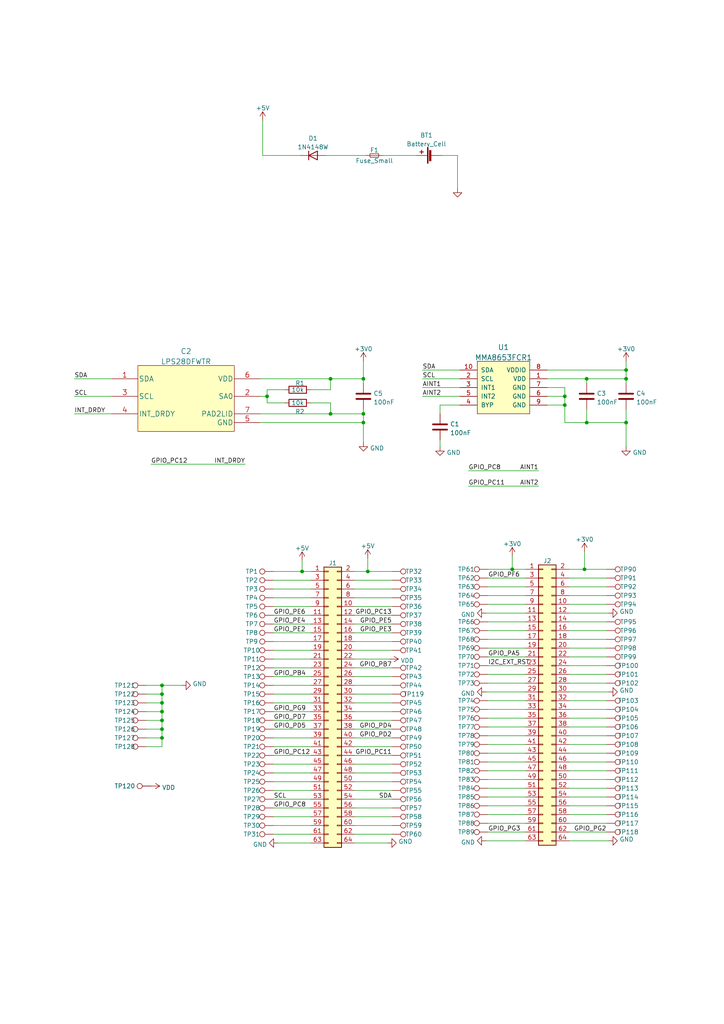
<source format=kicad_sch>
(kicad_sch (version 20211123) (generator eeschema)
  (paper "A4" portrait)
  (junction (at 105.41 120.015))
  (junction (at 46.99 201.295))
  (junction (at 181.61 107.315))
  (junction (at 46.99 211.455))
  (junction (at 170.18 109.855))
  (junction (at 46.99 206.375))
  (junction (at 169.545 165.1))
  (junction (at 46.99 203.835))
  (junction (at 181.61 109.855))
  (junction (at 181.61 122.555))
  (junction (at 46.99 208.915))
  (junction (at 170.18 122.555))
  (junction (at 77.47 114.935))
  (junction (at 87.63 165.735))
  (junction (at 105.41 122.555))
  (junction (at 163.83 114.935))
  (junction (at 106.68 165.735))
  (junction (at 95.885 109.855))
  (junction (at 95.885 120.015))
  (junction (at 105.41 109.855))
  (junction (at 46.99 198.755))
  (junction (at 46.99 213.995))
  (junction (at 148.59 165.1))
  (junction (at 163.83 117.475))
  (wire (pts (xy 42.545 208.915) (xy 46.99 208.915)))
  (wire (pts (xy 102.87 226.695) (xy 113.665 226.695)))
  (wire (pts (xy 90.17 113.03) (xy 95.885 113.03)))
  (wire (pts (xy 42.545 211.455) (xy 46.99 211.455)))
  (wire (pts (xy 169.545 165.1) (xy 165.1 165.1)))
  (wire (pts (xy 165.1 170.18) (xy 175.895 170.18)))
  (wire (pts (xy 79.375 211.455) (xy 90.17 211.455)))
  (wire (pts (xy 77.47 116.84) (xy 77.47 114.935)))
  (wire (pts (xy 163.83 117.475) (xy 163.83 122.555)))
  (wire (pts (xy 79.375 191.135) (xy 90.17 191.135)))
  (wire (pts (xy 102.87 224.155) (xy 113.665 224.155)))
  (wire (pts (xy 106.68 165.735) (xy 106.68 161.925)))
  (wire (pts (xy 141.605 170.18) (xy 152.4 170.18)))
  (wire (pts (xy 102.87 168.275) (xy 113.665 168.275)))
  (wire (pts (xy 141.605 241.3) (xy 152.4 241.3)))
  (wire (pts (xy 94.615 45.085) (xy 106.045 45.085)))
  (wire (pts (xy 46.99 206.375) (xy 46.99 208.915)))
  (wire (pts (xy 102.87 229.235) (xy 113.665 229.235)))
  (wire (pts (xy 148.59 165.1) (xy 152.4 165.1)))
  (wire (pts (xy 165.1 187.96) (xy 175.895 187.96)))
  (wire (pts (xy 169.545 165.1) (xy 175.895 165.1)))
  (wire (pts (xy 141.605 190.5) (xy 152.4 190.5)))
  (wire (pts (xy 181.61 109.855) (xy 181.61 111.125)))
  (wire (pts (xy 141.605 193.04) (xy 152.4 193.04)))
  (wire (pts (xy 132.715 45.085) (xy 132.715 54.61)))
  (wire (pts (xy 102.87 239.395) (xy 113.665 239.395)))
  (wire (pts (xy 141.605 226.06) (xy 152.4 226.06)))
  (wire (pts (xy 165.1 200.66) (xy 176.53 200.66)))
  (wire (pts (xy 141.605 228.6) (xy 152.4 228.6)))
  (wire (pts (xy 111.125 45.085) (xy 120.65 45.085)))
  (wire (pts (xy 79.375 178.435) (xy 90.17 178.435)))
  (wire (pts (xy 79.375 186.055) (xy 90.17 186.055)))
  (wire (pts (xy 141.605 198.12) (xy 152.4 198.12)))
  (wire (pts (xy 102.87 198.755) (xy 113.665 198.755)))
  (wire (pts (xy 90.17 116.84) (xy 95.885 116.84)))
  (wire (pts (xy 42.545 198.755) (xy 46.99 198.755)))
  (wire (pts (xy 141.605 172.72) (xy 152.4 172.72)))
  (wire (pts (xy 165.1 236.22) (xy 175.895 236.22)))
  (wire (pts (xy 170.18 109.855) (xy 181.61 109.855)))
  (wire (pts (xy 122.555 107.315) (xy 133.35 107.315)))
  (wire (pts (xy 165.1 177.8) (xy 176.53 177.8)))
  (wire (pts (xy 79.375 180.975) (xy 90.17 180.975)))
  (wire (pts (xy 106.68 165.735) (xy 113.665 165.735)))
  (wire (pts (xy 102.87 203.835) (xy 113.665 203.835)))
  (wire (pts (xy 141.605 180.34) (xy 152.4 180.34)))
  (wire (pts (xy 80.645 244.475) (xy 90.17 244.475)))
  (wire (pts (xy 113.665 231.775) (xy 102.87 231.775)))
  (wire (pts (xy 102.87 234.315) (xy 113.665 234.315)))
  (wire (pts (xy 102.87 206.375) (xy 113.665 206.375)))
  (wire (pts (xy 102.87 173.355) (xy 113.665 173.355)))
  (wire (pts (xy 21.59 109.855) (xy 32.385 109.855)))
  (wire (pts (xy 105.41 122.555) (xy 105.41 128.27)))
  (wire (pts (xy 165.1 203.2) (xy 175.895 203.2)))
  (wire (pts (xy 102.87 236.855) (xy 113.665 236.855)))
  (wire (pts (xy 135.89 136.525) (xy 156.21 136.525)))
  (wire (pts (xy 21.59 120.015) (xy 32.385 120.015)))
  (wire (pts (xy 95.885 109.855) (xy 105.41 109.855)))
  (wire (pts (xy 102.87 208.915) (xy 113.665 208.915)))
  (wire (pts (xy 181.61 104.775) (xy 181.61 107.315)))
  (wire (pts (xy 42.545 201.295) (xy 46.99 201.295)))
  (wire (pts (xy 79.375 170.815) (xy 90.17 170.815)))
  (wire (pts (xy 148.59 161.29) (xy 148.59 165.1)))
  (wire (pts (xy 79.375 239.395) (xy 90.17 239.395)))
  (wire (pts (xy 105.41 109.855) (xy 105.41 111.125)))
  (wire (pts (xy 102.87 241.935) (xy 113.665 241.935)))
  (wire (pts (xy 122.555 114.935) (xy 133.35 114.935)))
  (wire (pts (xy 181.61 107.315) (xy 181.61 109.855)))
  (wire (pts (xy 113.665 213.995) (xy 102.87 213.995)))
  (wire (pts (xy 79.375 229.235) (xy 90.17 229.235)))
  (wire (pts (xy 77.47 114.935) (xy 77.47 113.03)))
  (wire (pts (xy 141.605 165.1) (xy 148.59 165.1)))
  (wire (pts (xy 140.97 177.8) (xy 152.4 177.8)))
  (wire (pts (xy 141.605 223.52) (xy 152.4 223.52)))
  (wire (pts (xy 165.1 210.82) (xy 175.895 210.82)))
  (wire (pts (xy 95.885 113.03) (xy 95.885 109.855)))
  (wire (pts (xy 42.545 203.835) (xy 46.99 203.835)))
  (wire (pts (xy 79.375 206.375) (xy 90.17 206.375)))
  (wire (pts (xy 158.75 114.935) (xy 163.83 114.935)))
  (wire (pts (xy 21.59 114.935) (xy 32.385 114.935)))
  (wire (pts (xy 135.89 140.97) (xy 156.21 140.97)))
  (wire (pts (xy 79.375 213.995) (xy 90.17 213.995)))
  (wire (pts (xy 165.1 167.64) (xy 175.895 167.64)))
  (wire (pts (xy 113.665 193.675) (xy 102.87 193.675)))
  (wire (pts (xy 141.605 187.96) (xy 152.4 187.96)))
  (wire (pts (xy 87.63 165.735) (xy 90.17 165.735)))
  (wire (pts (xy 46.99 201.295) (xy 46.99 198.755)))
  (wire (pts (xy 122.555 109.855) (xy 133.35 109.855)))
  (wire (pts (xy 79.375 241.935) (xy 90.17 241.935)))
  (wire (pts (xy 165.1 172.72) (xy 175.895 172.72)))
  (wire (pts (xy 105.41 122.555) (xy 105.41 120.015)))
  (wire (pts (xy 122.555 112.395) (xy 133.35 112.395)))
  (wire (pts (xy 163.83 122.555) (xy 170.18 122.555)))
  (wire (pts (xy 79.375 168.275) (xy 90.17 168.275)))
  (wire (pts (xy 165.1 220.98) (xy 175.895 220.98)))
  (wire (pts (xy 165.1 223.52) (xy 175.895 223.52)))
  (wire (pts (xy 102.87 191.135) (xy 113.03 191.135)))
  (wire (pts (xy 79.375 201.295) (xy 90.17 201.295)))
  (wire (pts (xy 79.375 175.895) (xy 90.17 175.895)))
  (wire (pts (xy 42.545 206.375) (xy 46.99 206.375)))
  (wire (pts (xy 95.885 116.84) (xy 95.885 120.015)))
  (wire (pts (xy 46.99 213.995) (xy 46.99 211.455)))
  (wire (pts (xy 79.375 224.155) (xy 90.17 224.155)))
  (wire (pts (xy 175.895 241.3) (xy 165.1 241.3)))
  (wire (pts (xy 170.18 118.745) (xy 170.18 122.555)))
  (wire (pts (xy 165.1 198.12) (xy 175.895 198.12)))
  (wire (pts (xy 42.545 216.535) (xy 46.99 216.535)))
  (wire (pts (xy 170.18 122.555) (xy 181.61 122.555)))
  (wire (pts (xy 158.75 112.395) (xy 163.83 112.395)))
  (wire (pts (xy 165.1 205.74) (xy 175.895 205.74)))
  (wire (pts (xy 165.1 175.26) (xy 175.895 175.26)))
  (wire (pts (xy 165.1 226.06) (xy 175.895 226.06)))
  (wire (pts (xy 76.2 45.085) (xy 86.995 45.085)))
  (wire (pts (xy 87.63 162.56) (xy 87.63 165.735)))
  (wire (pts (xy 141.605 195.58) (xy 152.4 195.58)))
  (wire (pts (xy 141.605 203.2) (xy 152.4 203.2)))
  (wire (pts (xy 165.1 208.28) (xy 175.895 208.28)))
  (wire (pts (xy 102.87 170.815) (xy 113.665 170.815)))
  (wire (pts (xy 113.665 180.975) (xy 102.87 180.975)))
  (wire (pts (xy 127.635 127.635) (xy 127.635 129.54)))
  (wire (pts (xy 165.1 182.88) (xy 175.895 182.88)))
  (wire (pts (xy 165.1 190.5) (xy 175.895 190.5)))
  (wire (pts (xy 102.87 188.595) (xy 113.665 188.595)))
  (wire (pts (xy 95.885 120.015) (xy 105.41 120.015)))
  (wire (pts (xy 46.99 201.295) (xy 46.99 203.835)))
  (wire (pts (xy 113.665 219.075) (xy 102.87 219.075)))
  (wire (pts (xy 141.605 218.44) (xy 152.4 218.44)))
  (wire (pts (xy 158.75 109.855) (xy 170.18 109.855)))
  (wire (pts (xy 102.87 175.895) (xy 113.665 175.895)))
  (wire (pts (xy 79.375 226.695) (xy 90.17 226.695)))
  (wire (pts (xy 79.375 203.835) (xy 90.17 203.835)))
  (wire (pts (xy 102.87 196.215) (xy 113.665 196.215)))
  (wire (pts (xy 79.375 196.215) (xy 90.17 196.215)))
  (wire (pts (xy 79.375 216.535) (xy 90.17 216.535)))
  (wire (pts (xy 140.97 200.66) (xy 152.4 200.66)))
  (wire (pts (xy 140.97 243.84) (xy 152.4 243.84)))
  (wire (pts (xy 165.1 243.84) (xy 176.53 243.84)))
  (wire (pts (xy 141.605 167.64) (xy 152.4 167.64)))
  (wire (pts (xy 170.18 109.855) (xy 170.18 111.125)))
  (wire (pts (xy 163.83 112.395) (xy 163.83 114.935)))
  (wire (pts (xy 113.665 183.515) (xy 102.87 183.515)))
  (wire (pts (xy 141.605 185.42) (xy 152.4 185.42)))
  (wire (pts (xy 102.87 216.535) (xy 113.665 216.535)))
  (wire (pts (xy 165.1 218.44) (xy 175.895 218.44)))
  (wire (pts (xy 165.1 193.04) (xy 175.895 193.04)))
  (wire (pts (xy 79.375 188.595) (xy 90.17 188.595)))
  (wire (pts (xy 102.87 165.735) (xy 106.68 165.735)))
  (wire (pts (xy 181.61 122.555) (xy 181.61 118.745)))
  (wire (pts (xy 141.605 220.98) (xy 152.4 220.98)))
  (wire (pts (xy 113.665 178.435) (xy 102.87 178.435)))
  (wire (pts (xy 165.1 213.36) (xy 175.895 213.36)))
  (wire (pts (xy 79.375 236.855) (xy 90.17 236.855)))
  (wire (pts (xy 165.1 233.68) (xy 175.895 233.68)))
  (wire (pts (xy 79.375 198.755) (xy 90.17 198.755)))
  (wire (pts (xy 165.1 238.76) (xy 175.895 238.76)))
  (wire (pts (xy 112.395 244.475) (xy 102.87 244.475)))
  (wire (pts (xy 141.605 182.88) (xy 152.4 182.88)))
  (wire (pts (xy 141.605 238.76) (xy 152.4 238.76)))
  (wire (pts (xy 141.605 205.74) (xy 152.4 205.74)))
  (wire (pts (xy 77.47 113.03) (xy 82.55 113.03)))
  (wire (pts (xy 165.1 228.6) (xy 175.895 228.6)))
  (wire (pts (xy 79.375 234.315) (xy 90.17 234.315)))
  (wire (pts (xy 79.375 219.075) (xy 90.17 219.075)))
  (wire (pts (xy 102.87 186.055) (xy 113.665 186.055)))
  (wire (pts (xy 181.61 122.555) (xy 181.61 129.54)))
  (wire (pts (xy 75.565 122.555) (xy 105.41 122.555)))
  (wire (pts (xy 43.815 134.62) (xy 71.12 134.62)))
  (wire (pts (xy 158.75 107.315) (xy 181.61 107.315)))
  (wire (pts (xy 46.99 208.915) (xy 46.99 211.455)))
  (wire (pts (xy 102.87 221.615) (xy 113.665 221.615)))
  (wire (pts (xy 42.545 213.995) (xy 46.99 213.995)))
  (wire (pts (xy 127.635 117.475) (xy 127.635 120.015)))
  (wire (pts (xy 165.1 215.9) (xy 175.895 215.9)))
  (wire (pts (xy 141.605 208.28) (xy 152.4 208.28)))
  (wire (pts (xy 75.565 120.015) (xy 95.885 120.015)))
  (wire (pts (xy 46.99 216.535) (xy 46.99 213.995)))
  (wire (pts (xy 79.375 193.675) (xy 90.17 193.675)))
  (wire (pts (xy 158.75 117.475) (xy 163.83 117.475)))
  (wire (pts (xy 141.605 236.22) (xy 152.4 236.22)))
  (wire (pts (xy 169.545 160.02) (xy 169.545 165.1)))
  (wire (pts (xy 75.565 109.855) (xy 95.885 109.855)))
  (wire (pts (xy 46.99 198.755) (xy 52.705 198.755)))
  (wire (pts (xy 79.375 208.915) (xy 90.17 208.915)))
  (wire (pts (xy 141.605 215.9) (xy 152.4 215.9)))
  (wire (pts (xy 141.605 175.26) (xy 152.4 175.26)))
  (wire (pts (xy 165.1 180.34) (xy 175.895 180.34)))
  (wire (pts (xy 141.605 231.14) (xy 152.4 231.14)))
  (wire (pts (xy 165.1 185.42) (xy 175.895 185.42)))
  (wire (pts (xy 82.55 116.84) (xy 77.47 116.84)))
  (wire (pts (xy 76.2 34.925) (xy 76.2 45.085)))
  (wire (pts (xy 105.41 104.775) (xy 105.41 109.855)))
  (wire (pts (xy 141.605 210.82) (xy 152.4 210.82)))
  (wire (pts (xy 105.41 120.015) (xy 105.41 118.745)))
  (wire (pts (xy 79.375 165.735) (xy 87.63 165.735)))
  (wire (pts (xy 79.375 231.775) (xy 90.17 231.775)))
  (wire (pts (xy 128.27 45.085) (xy 132.715 45.085)))
  (wire (pts (xy 79.375 183.515) (xy 90.17 183.515)))
  (wire (pts (xy 165.1 231.14) (xy 175.895 231.14)))
  (wire (pts (xy 163.83 114.935) (xy 163.83 117.475)))
  (wire (pts (xy 102.87 201.295) (xy 113.665 201.295)))
  (wire (pts (xy 133.35 117.475) (xy 127.635 117.475)))
  (wire (pts (xy 46.99 203.835) (xy 46.99 206.375)))
  (wire (pts (xy 75.565 114.935) (xy 77.47 114.935)))
  (wire (pts (xy 113.665 211.455) (xy 102.87 211.455)))
  (wire (pts (xy 165.1 195.58) (xy 175.895 195.58)))
  (wire (pts (xy 141.605 213.36) (xy 152.4 213.36)))
  (wire (pts (xy 79.375 221.615) (xy 90.17 221.615)))
  (wire (pts (xy 79.375 173.355) (xy 90.17 173.355)))
  (wire (pts (xy 141.605 233.68) (xy 152.4 233.68)))
  (label "INT_DRDY" (at 71.12 134.62 180))
  (label "GPIO_PE6" (at 79.375 178.435 0))
  (label "GPIO_PD2" (at 113.665 213.995 180))
  (label "GPIO_PC8" (at 135.89 136.525 0))
  (label "SDA" (at 122.555 107.315 0))
  (label "GPIO_PG9" (at 79.375 206.375 0))
  (label "GPIO_PE4" (at 79.375 180.975 0))
  (label "AINT2" (at 156.21 140.97 180))
  (label "SCL" (at 122.555 109.855 0))
  (label "AINT1" (at 156.21 136.525 180))
  (label "GPIO_PE2" (at 79.375 183.515 0))
  (label "SDA" (at 21.59 109.855 0))
  (label "GPIO_PD7" (at 79.375 208.915 0))
  (label "GPIO_PC8" (at 79.375 234.315 0))
  (label "GPIO_PB7" (at 113.665 193.675 180))
  (label "GPIO_PC12" (at 79.375 219.075 0))
  (label "GPIO_PB4" (at 79.375 196.215 0))
  (label "GPIO_PC11" (at 135.89 140.97 0))
  (label "GPIO_PC11" (at 113.665 219.075 180))
  (label "GPIO_PG2" (at 175.895 241.3 180))
  (label "GPIO_PA5" (at 141.605 190.5 0))
  (label "SCL" (at 21.59 114.935 0))
  (label "GPIO_PC12" (at 43.815 134.62 0))
  (label "GPIO_PD4" (at 113.665 211.455 180))
  (label "GPIO_PD5" (at 79.375 211.455 0))
  (label "GPIO_PC13" (at 113.665 178.435 180))
  (label "GPIO_PF6" (at 141.605 167.64 0))
  (label "AINT1" (at 122.555 112.395 0))
  (label "I2C_EXT_RST" (at 141.605 193.04 0))
  (label "GPIO_PE3" (at 113.665 183.515 180))
  (label "SDA" (at 113.665 231.775 180))
  (label "INT_DRDY" (at 21.59 120.015 0))
  (label "AINT2" (at 122.555 114.935 0))
  (label "GPIO_PE5" (at 113.665 180.975 180))
  (label "SCL" (at 79.375 231.775 0))
  (label "GPIO_PG3" (at 141.605 241.3 0))
  (symbol (lib_id "Connector:TestPoint") (at 42.545 216.535 90) (unit 1)
    (property "Reference" "TP128" (at 36.195 216.535 90))
    (property "Value" "TestPoint" (effects hide))
    (property "Footprint" "TestPoint:TestPoint_Pad_D1.5mm" (effects hide))
  )
  (symbol (lib_id "power:+5V") (at 87.63 162.56 0) (unit 1)
    (property "Reference" "#PWR04" (effects hide))
    (property "Value" "+5V" (at 87.63 158.9842 0))
  )
  (symbol (lib_id "power:GND") (at 176.53 243.84 90) (unit 1)
    (property "Reference" "#PWR018" (effects hide))
    (property "Value" "GND" (at 179.7049 243.4062 90) (effects (justify right)))
  )
  (symbol (lib_id "Connector:TestPoint") (at 43.815 227.965 90) (unit 1)
    (property "Reference" "TP120" (at 36.195 227.965 90))
    (property "Value" "TestPoint" (effects hide))
    (property "Footprint" "TestPoint:TestPoint_Pad_D1.5mm" (effects hide))
  )
  (symbol (lib_id "Connector:TestPoint") (at 175.895 226.06 270) (unit 1)
    (property "Reference" "TP112" (at 182.245 226.06 90))
    (property "Value" "TestPoint" (effects hide))
    (property "Footprint" "TestPoint:TestPoint_Pad_D1.5mm" (effects hide))
  )
  (symbol (lib_id "Connector:TestPoint") (at 79.375 234.315 90) (unit 1)
    (property "Reference" "TP28" (at 73.025 234.315 90))
    (property "Value" "TestPoint" (effects hide))
    (property "Footprint" "TestPoint:TestPoint_Pad_D1.5mm" (effects hide))
  )
  (symbol (lib_id "Connector:TestPoint") (at 175.895 203.2 270) (unit 1)
    (property "Reference" "TP103" (at 182.245 203.2 90))
    (property "Value" "TestPoint" (effects hide))
    (property "Footprint" "TestPoint:TestPoint_Pad_D1.5mm" (effects hide))
  )
  (symbol (lib_id "Device:C") (at 181.61 114.935 0) (unit 1)
    (property "Reference" "C4" (at 184.531 114.1003 0) (effects (justify left)))
    (property "Value" "100nF" (at 184.531 116.6372 0) (effects (justify left)))
    (property "Footprint" "Capacitor_SMD_AKL:C_0603_1608Metric_Pad1.05x0.95mm" (effects hide))
  )
  (symbol (lib_id "Connector:TestPoint") (at 175.895 236.22 270) (unit 1)
    (property "Reference" "TP116" (at 182.245 236.22 90))
    (property "Value" "TestPoint" (effects hide))
    (property "Footprint" "TestPoint:TestPoint_Pad_D1.5mm" (effects hide))
  )
  (symbol (lib_id "Connector:TestPoint") (at 79.375 236.855 90) (unit 1)
    (property "Reference" "TP29" (at 73.025 236.855 90))
    (property "Value" "TestPoint" (effects hide))
    (property "Footprint" "TestPoint:TestPoint_Pad_D1.5mm" (effects hide))
  )
  (symbol (lib_id "Connector:TestPoint") (at 113.665 196.215 270) (unit 1)
    (property "Reference" "TP43" (at 120.015 196.215 90))
    (property "Value" "TestPoint" (effects hide))
    (property "Footprint" "TestPoint:TestPoint_Pad_D1.5mm" (effects hide))
  )
  (symbol (lib_id "Connector:TestPoint") (at 79.375 208.915 90) (unit 1)
    (property "Reference" "TP18" (at 73.025 208.915 90))
    (property "Value" "TestPoint" (effects hide))
    (property "Footprint" "TestPoint:TestPoint_Pad_D1.5mm" (effects hide))
  )
  (symbol (lib_id "Connector:TestPoint") (at 141.605 203.2 90) (unit 1)
    (property "Reference" "TP74" (at 135.255 203.2 90))
    (property "Value" "TestPoint" (effects hide))
    (property "Footprint" "TestPoint:TestPoint_Pad_D1.5mm" (effects hide))
  )
  (symbol (lib_id "Connector:TestPoint") (at 79.375 165.735 90) (unit 1)
    (property "Reference" "TP1" (at 73.025 165.735 90))
    (property "Value" "TestPoint" (effects hide))
    (property "Footprint" "TestPoint:TestPoint_Pad_D1.5mm" (effects hide))
  )
  (symbol (lib_id "Connector:TestPoint") (at 113.665 175.895 270) (unit 1)
    (property "Reference" "TP36" (at 120.015 175.895 90))
    (property "Value" "TestPoint" (effects hide))
    (property "Footprint" "TestPoint:TestPoint_Pad_D1.5mm" (effects hide))
  )
  (symbol (lib_id "Connector:TestPoint") (at 141.605 198.12 90) (unit 1)
    (property "Reference" "TP73" (at 135.255 198.12 90))
    (property "Value" "TestPoint" (effects hide))
    (property "Footprint" "TestPoint:TestPoint_Pad_D1.5mm" (effects hide))
  )
  (symbol (lib_id "power:GND") (at 105.41 128.27 0) (unit 1)
    (property "Reference" "#PWR020" (effects hide))
    (property "Value" "GND" (at 107.315 129.9738 0) (effects (justify left)))
  )
  (symbol (lib_id "Connector:TestPoint") (at 113.665 173.355 270) (unit 1)
    (property "Reference" "TP35" (at 120.015 173.355 90))
    (property "Value" "TestPoint" (effects hide))
    (property "Footprint" "TestPoint:TestPoint_Pad_D1.5mm" (effects hide))
  )
  (symbol (lib_id "Connector:TestPoint") (at 79.375 201.295 90) (unit 1)
    (property "Reference" "TP15" (at 73.025 201.295 90))
    (property "Value" "TestPoint" (effects hide))
    (property "Footprint" "TestPoint:TestPoint_Pad_D1.5mm" (effects hide))
  )
  (symbol (lib_id "Connector:TestPoint") (at 113.665 231.775 270) (unit 1)
    (property "Reference" "TP56" (at 120.015 231.775 90))
    (property "Value" "TestPoint" (effects hide))
    (property "Footprint" "TestPoint:TestPoint_Pad_D1.5mm" (effects hide))
  )
  (symbol (lib_id "Connector:TestPoint") (at 113.665 201.295 270) (unit 1)
    (property "Reference" "TP119" (at 120.015 201.295 90))
    (property "Value" "TestPoint" (effects hide))
    (property "Footprint" "TestPoint:TestPoint_Pad_D1.5mm" (effects hide))
  )
  (symbol (lib_id "Connector:TestPoint") (at 113.665 234.315 270) (unit 1)
    (property "Reference" "TP57" (at 120.015 234.315 90))
    (property "Value" "TestPoint" (effects hide))
    (property "Footprint" "TestPoint:TestPoint_Pad_D1.5mm" (effects hide))
  )
  (symbol (lib_id "Connector:TestPoint") (at 113.665 188.595 270) (unit 1)
    (property "Reference" "TP41" (at 120.015 188.595 90))
    (property "Value" "TestPoint" (effects hide))
    (property "Footprint" "TestPoint:TestPoint_Pad_D1.5mm" (effects hide))
  )
  (symbol (lib_id "Connector:TestPoint") (at 175.895 165.1 270) (unit 1)
    (property "Reference" "TP90" (at 182.245 165.1 90))
    (property "Value" "TestPoint" (effects hide))
    (property "Footprint" "TestPoint:TestPoint_Pad_D1.5mm" (effects hide))
  )
  (symbol (lib_id "Connector:TestPoint") (at 175.895 185.42 270) (unit 1)
    (property "Reference" "TP97" (at 182.245 185.42 90))
    (property "Value" "TestPoint" (effects hide))
    (property "Footprint" "TestPoint:TestPoint_Pad_D1.5mm" (effects hide))
  )
  (symbol (lib_id "Connector:TestPoint") (at 141.605 231.14 90) (unit 1)
    (property "Reference" "TP85" (at 135.255 231.14 90))
    (property "Value" "TestPoint" (effects hide))
    (property "Footprint" "TestPoint:TestPoint_Pad_D1.5mm" (effects hide))
  )
  (symbol (lib_id "Connector:TestPoint") (at 141.605 195.58 90) (unit 1)
    (property "Reference" "TP72" (at 135.255 195.58 90))
    (property "Value" "TestPoint" (effects hide))
    (property "Footprint" "TestPoint:TestPoint_Pad_D1.5mm" (effects hide))
  )
  (symbol (lib_id "power:+5V") (at 106.68 161.925 0) (unit 1)
    (property "Reference" "#PWR05" (effects hide))
    (property "Value" "+5V" (at 106.68 158.3492 0))
  )
  (symbol (lib_id "Connector:TestPoint") (at 113.665 219.075 270) (unit 1)
    (property "Reference" "TP51" (at 120.015 219.075 90))
    (property "Value" "TestPoint" (effects hide))
    (property "Footprint" "TestPoint:TestPoint_Pad_D1.5mm" (effects hide))
  )
  (symbol (lib_id "Connector:TestPoint") (at 175.895 215.9 270) (unit 1)
    (property "Reference" "TP108" (at 182.245 215.9 90))
    (property "Value" "TestPoint" (effects hide))
    (property "Footprint" "TestPoint:TestPoint_Pad_D1.5mm" (effects hide))
  )
  (symbol (lib_id "Connector:TestPoint") (at 79.375 186.055 90) (unit 1)
    (property "Reference" "TP9" (at 73.025 186.055 90))
    (property "Value" "TestPoint" (effects hide))
    (property "Footprint" "TestPoint:TestPoint_Pad_D1.5mm" (effects hide))
  )
  (symbol (lib_id "power:VDD") (at 43.815 227.965 270) (unit 1)
    (property "Reference" "#PWR021" (effects hide))
    (property "Value" "VDD" (at 46.99 228.3988 90) (effects (justify left)))
  )
  (symbol (lib_id "power:+3V0") (at 169.545 160.02 0) (unit 1)
    (property "Reference" "#PWR015" (effects hide))
    (property "Value" "+3V0" (at 169.545 156.4442 0))
  )
  (symbol (lib_id "Connector:TestPoint") (at 175.895 195.58 270) (unit 1)
    (property "Reference" "TP101" (at 182.245 195.58 90))
    (property "Value" "TestPoint" (effects hide))
    (property "Footprint" "TestPoint:TestPoint_Pad_D1.5mm" (effects hide))
  )
  (symbol (lib_id "Connector:TestPoint") (at 42.545 208.915 90) (unit 1)
    (property "Reference" "TP125" (at 36.195 208.915 90))
    (property "Value" "TestPoint" (effects hide))
    (property "Footprint" "TestPoint:TestPoint_Pad_D1.5mm" (effects hide))
  )
  (symbol (lib_id "Connector:TestPoint") (at 141.605 190.5 90) (unit 1)
    (property "Reference" "TP70" (at 135.255 190.5 90))
    (property "Value" "TestPoint" (effects hide))
    (property "Footprint" "TestPoint:TestPoint_Pad_D1.5mm" (effects hide))
  )
  (symbol (lib_id "Device:R") (at 86.36 113.03 90) (unit 1)
    (property "Reference" "R1" (at 86.995 111.125 90))
    (property "Value" "10k" (at 86.36 113.03 90))
    (property "Footprint" "Resistor_SMD_AKL:R_0603_1608Metric_Pad1.05x0.95mm" (effects hide))
  )
  (symbol (lib_id "Connector:TestPoint") (at 42.545 213.995 90) (unit 1)
    (property "Reference" "TP127" (at 36.195 213.995 90))
    (property "Value" "TestPoint" (effects hide))
    (property "Footprint" "TestPoint:TestPoint_Pad_D1.5mm" (effects hide))
  )
  (symbol (lib_id "magniblu-rescue:Fuse_Small") (at 108.585 45.085 180) (unit 1)
    (property "Reference" "F1" (at 108.585 43.561 0))
    (property "Value" "Fuse_Small" (at 108.585 46.609 0))
    (property "Footprint" "Fuse_AKL:Fuse_1206_3216Metric" (effects hide))
  )
  (symbol (lib_id "Connector:TestPoint") (at 175.895 241.3 270) (unit 1)
    (property "Reference" "TP118" (at 182.245 241.3 90))
    (property "Value" "TestPoint" (effects hide))
    (property "Footprint" "TestPoint:TestPoint_Pad_D1.5mm" (effects hide))
  )
  (symbol (lib_id "Connector:TestPoint") (at 113.665 203.835 270) (unit 1)
    (property "Reference" "TP45" (at 120.015 203.835 90))
    (property "Value" "TestPoint" (effects hide))
    (property "Footprint" "TestPoint:TestPoint_Pad_D1.5mm" (effects hide))
  )
  (symbol (lib_id "Connector:TestPoint") (at 79.375 175.895 90) (unit 1)
    (property "Reference" "TP5" (at 73.025 175.895 90))
    (property "Value" "TestPoint" (effects hide))
    (property "Footprint" "TestPoint:TestPoint_Pad_D1.5mm" (effects hide))
  )
  (symbol (lib_id "power:GND") (at 112.395 244.475 90) (unit 1)
    (property "Reference" "#PWR07" (effects hide))
    (property "Value" "GND" (at 115.5699 244.0412 90) (effects (justify right)))
  )
  (symbol (lib_id "Connector:TestPoint") (at 79.375 226.695 90) (unit 1)
    (property "Reference" "TP25" (at 73.025 226.695 90))
    (property "Value" "TestPoint" (effects hide))
    (property "Footprint" "TestPoint:TestPoint_Pad_D1.5mm" (effects hide))
  )
  (symbol (lib_id "Connector_Generic:Conn_02x32_Odd_Even") (at 95.25 203.835 0) (unit 1)
    (property "Reference" "J1" (at 96.52 163.3022 0))
    (property "Value" "Conn_02x32_Odd_Even" (effects hide))
    (property "Footprint" "Connector_PinSocket_2.54mm:PinSocket_2x32_P2.54mm_Vertical" (effects hide))
  )
  (symbol (lib_id "power:+3V0") (at 105.41 104.775 0) (unit 1)
    (property "Reference" "#PWR019" (effects hide))
    (property "Value" "+3V0" (at 105.41 101.1992 0))
  )
  (symbol (lib_id "Connector:TestPoint") (at 113.665 208.915 270) (unit 1)
    (property "Reference" "TP47" (at 120.015 208.915 90))
    (property "Value" "TestPoint" (effects hide))
    (property "Footprint" "TestPoint:TestPoint_Pad_D1.5mm" (effects hide))
  )
  (symbol (lib_id "power:GND") (at 176.53 200.66 90) (unit 1)
    (property "Reference" "#PWR017" (effects hide))
    (property "Value" "GND" (at 179.7049 200.2262 90) (effects (justify right)))
  )
  (symbol (lib_id "Connector:TestPoint") (at 113.665 198.755 270) (unit 1)
    (property "Reference" "TP44" (at 120.015 198.755 90))
    (property "Value" "TestPoint" (effects hide))
    (property "Footprint" "TestPoint:TestPoint_Pad_D1.5mm" (effects hide))
  )
  (symbol (lib_id "Connector:TestPoint") (at 79.375 229.235 90) (unit 1)
    (property "Reference" "TP26" (at 73.025 229.235 90))
    (property "Value" "TestPoint" (effects hide))
    (property "Footprint" "TestPoint:TestPoint_Pad_D1.5mm" (effects hide))
  )
  (symbol (lib_id "Connector:TestPoint") (at 175.895 218.44 270) (unit 1)
    (property "Reference" "TP109" (at 182.245 218.44 90))
    (property "Value" "TestPoint" (effects hide))
    (property "Footprint" "TestPoint:TestPoint_Pad_D1.5mm" (effects hide))
  )
  (symbol (lib_id "Connector:TestPoint") (at 113.665 221.615 270) (unit 1)
    (property "Reference" "TP52" (at 120.015 221.615 90))
    (property "Value" "TestPoint" (effects hide))
    (property "Footprint" "TestPoint:TestPoint_Pad_D1.5mm" (effects hide))
  )
  (symbol (lib_id "Connector:TestPoint") (at 113.665 180.975 270) (unit 1)
    (property "Reference" "TP38" (at 120.015 180.975 90))
    (property "Value" "TestPoint" (effects hide))
    (property "Footprint" "TestPoint:TestPoint_Pad_D1.5mm" (effects hide))
  )
  (symbol (lib_id "Connector:TestPoint") (at 141.605 228.6 90) (unit 1)
    (property "Reference" "TP84" (at 135.255 228.6 90))
    (property "Value" "TestPoint" (effects hide))
    (property "Footprint" "TestPoint:TestPoint_Pad_D1.5mm" (effects hide))
  )
  (symbol (lib_id "power:VDD") (at 113.03 191.135 270) (unit 1)
    (property "Reference" "#PWR08" (effects hide))
    (property "Value" "VDD" (at 116.205 191.5688 90) (effects (justify left)))
  )
  (symbol (lib_id "Connector:TestPoint") (at 113.665 239.395 270) (unit 1)
    (property "Reference" "TP59" (at 120.015 239.395 90))
    (property "Value" "TestPoint" (effects hide))
    (property "Footprint" "TestPoint:TestPoint_Pad_D1.5mm" (effects hide))
  )
  (symbol (lib_id "Connector:TestPoint") (at 141.605 180.34 90) (unit 1)
    (property "Reference" "TP66" (at 135.255 180.34 90))
    (property "Value" "TestPoint" (effects hide))
    (property "Footprint" "TestPoint:TestPoint_Pad_D1.5mm" (effects hide))
  )
  (symbol (lib_id "Device:R") (at 86.36 116.84 90) (unit 1)
    (property "Reference" "R2" (at 86.995 119.38 90))
    (property "Value" "10k" (at 86.36 116.84 90))
    (property "Footprint" "Resistor_SMD_AKL:R_0603_1608Metric_Pad1.05x0.95mm" (effects hide))
  )
  (symbol (lib_id "power:+3V0") (at 181.61 104.775 0) (unit 1)
    (property "Reference" "#PWR013" (effects hide))
    (property "Value" "+3V0" (at 181.61 101.1992 0))
  )
  (symbol (lib_id "Connector:TestPoint") (at 141.605 193.04 90) (unit 1)
    (property "Reference" "TP71" (at 135.255 193.04 90))
    (property "Value" "TestPoint" (effects hide))
    (property "Footprint" "TestPoint:TestPoint_Pad_D1.5mm" (effects hide))
  )
  (symbol (lib_id "power:GND") (at 140.97 243.84 270) (unit 1)
    (property "Reference" "#PWR011" (effects hide))
    (property "Value" "GND" (at 137.7951 244.2738 90) (effects (justify right)))
  )
  (symbol (lib_id "Connector:TestPoint") (at 113.665 213.995 270) (unit 1)
    (property "Reference" "TP49" (at 120.015 213.995 90))
    (property "Value" "TestPoint" (effects hide))
    (property "Footprint" "TestPoint:TestPoint_Pad_D1.5mm" (effects hide))
  )
  (symbol (lib_id "Connector:TestPoint") (at 141.605 205.74 90) (unit 1)
    (property "Reference" "TP75" (at 135.255 205.74 90))
    (property "Value" "TestPoint" (effects hide))
    (property "Footprint" "TestPoint:TestPoint_Pad_D1.5mm" (effects hide))
  )
  (symbol (lib_id "magniblu-rescue:GND") (at 132.715 54.61 0) (unit 1)
    (property "Reference" "#PWR0103" (effects hide))
    (property "Value" "GND" (effects hide))
  )
  (symbol (lib_id "power:GND") (at 176.53 177.8 90) (unit 1)
    (property "Reference" "#PWR016" (effects hide))
    (property "Value" "GND" (at 179.7049 177.3662 90) (effects (justify right)))
  )
  (symbol (lib_id "power:GND") (at 140.97 177.8 270) (unit 1)
    (property "Reference" "#PWR09" (effects hide))
    (property "Value" "GND" (at 137.7951 178.2338 90) (effects (justify right)))
  )
  (symbol (lib_id "Connector:TestPoint") (at 79.375 170.815 90) (unit 1)
    (property "Reference" "TP3" (at 73.025 170.815 90))
    (property "Value" "TestPoint" (effects hide))
    (property "Footprint" "TestPoint:TestPoint_Pad_D1.5mm" (effects hide))
  )
  (symbol (lib_id "Connector:TestPoint") (at 175.895 210.82 270) (unit 1)
    (property "Reference" "TP106" (at 182.245 210.82 90))
    (property "Value" "TestPoint" (effects hide))
    (property "Footprint" "TestPoint:TestPoint_Pad_D1.5mm" (effects hide))
  )
  (symbol (lib_id "Connector:TestPoint") (at 79.375 173.355 90) (unit 1)
    (property "Reference" "TP4" (at 73.025 173.355 90))
    (property "Value" "TestPoint" (effects hide))
    (property "Footprint" "TestPoint:TestPoint_Pad_D1.5mm" (effects hide))
  )
  (symbol (lib_id "Connector:TestPoint") (at 113.665 170.815 270) (unit 1)
    (property "Reference" "TP34" (at 120.015 170.815 90))
    (property "Value" "TestPoint" (effects hide))
    (property "Footprint" "TestPoint:TestPoint_Pad_D1.5mm" (effects hide))
  )
  (symbol (lib_id "Device:C") (at 170.18 114.935 0) (unit 1)
    (property "Reference" "C3" (at 173.101 114.1003 0) (effects (justify left)))
    (property "Value" "100nF" (at 173.101 116.6372 0) (effects (justify left)))
    (property "Footprint" "Capacitor_SMD_AKL:C_0603_1608Metric_Pad1.05x0.95mm" (effects hide))
  )
  (symbol (lib_id "Connector:TestPoint") (at 175.895 238.76 270) (unit 1)
    (property "Reference" "TP117" (at 182.245 238.76 90))
    (property "Value" "TestPoint" (effects hide))
    (property "Footprint" "TestPoint:TestPoint_Pad_D1.5mm" (effects hide))
  )
  (symbol (lib_id "Connector:TestPoint") (at 141.605 241.3 90) (unit 1)
    (property "Reference" "TP89" (at 135.255 241.3 90))
    (property "Value" "TestPoint" (effects hide))
    (property "Footprint" "TestPoint:TestPoint_Pad_D1.5mm" (effects hide))
  )
  (symbol (lib_id "power:GND") (at 80.645 244.475 270) (unit 1)
    (property "Reference" "#PWR03" (effects hide))
    (property "Value" "GND" (at 77.4701 244.9088 90) (effects (justify right)))
  )
  (symbol (lib_id "Connector:TestPoint") (at 113.665 216.535 270) (unit 1)
    (property "Reference" "TP50" (at 120.015 216.535 90))
    (property "Value" "TestPoint" (effects hide))
    (property "Footprint" "TestPoint:TestPoint_Pad_D1.5mm" (effects hide))
  )
  (symbol (lib_id "Connector:TestPoint") (at 141.605 210.82 90) (unit 1)
    (property "Reference" "TP77" (at 135.255 210.82 90))
    (property "Value" "TestPoint" (effects hide))
    (property "Footprint" "TestPoint:TestPoint_Pad_D1.5mm" (effects hide))
  )
  (symbol (lib_id "Connector:TestPoint") (at 141.605 226.06 90) (unit 1)
    (property "Reference" "TP83" (at 135.255 226.06 90))
    (property "Value" "TestPoint" (effects hide))
    (property "Footprint" "TestPoint:TestPoint_Pad_D1.5mm" (effects hide))
  )
  (symbol (lib_id "Connector:TestPoint") (at 113.665 168.275 270) (unit 1)
    (property "Reference" "TP33" (at 120.015 168.275 90))
    (property "Value" "TestPoint" (effects hide))
    (property "Footprint" "TestPoint:TestPoint_Pad_D1.5mm" (effects hide))
  )
  (symbol (lib_id "Connector:TestPoint") (at 141.605 215.9 90) (unit 1)
    (property "Reference" "TP79" (at 135.255 215.9 90))
    (property "Value" "TestPoint" (effects hide))
    (property "Footprint" "TestPoint:TestPoint_Pad_D1.5mm" (effects hide))
  )
  (symbol (lib_id "Connector:TestPoint") (at 141.605 165.1 90) (unit 1)
    (property "Reference" "TP61" (at 135.255 165.1 90))
    (property "Value" "TestPoint" (effects hide))
    (property "Footprint" "TestPoint:TestPoint_Pad_D1.5mm" (effects hide))
  )
  (symbol (lib_id "Device:Battery_Cell") (at 125.73 45.085 90) (unit 1)
    (property "Reference" "BT1" (at 123.698 39.2262 90))
    (property "Value" "Battery_Cell" (at 123.698 41.7631 90))
    (property "Footprint" "Battery:BatteryHolder_MPD_BH-18650-PC2" (effects hide))
  )
  (symbol (lib_id "Connector:TestPoint") (at 141.605 220.98 90) (unit 1)
    (property "Reference" "TP81" (at 135.255 220.98 90))
    (property "Value" "TestPoint" (effects hide))
    (property "Footprint" "TestPoint:TestPoint_Pad_D1.5mm" (effects hide))
  )
  (symbol (lib_id "Connector:TestPoint") (at 79.375 188.595 90) (unit 1)
    (property "Reference" "TP10" (at 73.025 188.595 90))
    (property "Value" "TestPoint" (effects hide))
    (property "Footprint" "TestPoint:TestPoint_Pad_D1.5mm" (effects hide))
  )
  (symbol (lib_id "Connector:TestPoint") (at 141.605 185.42 90) (unit 1)
    (property "Reference" "TP68" (at 135.255 185.42 90))
    (property "Value" "TestPoint" (effects hide))
    (property "Footprint" "TestPoint:TestPoint_Pad_D1.5mm" (effects hide))
  )
  (symbol (lib_id "Connector:TestPoint") (at 141.605 218.44 90) (unit 1)
    (property "Reference" "TP80" (at 135.255 218.44 90))
    (property "Value" "TestPoint" (effects hide))
    (property "Footprint" "TestPoint:TestPoint_Pad_D1.5mm" (effects hide))
  )
  (symbol (lib_id "Connector:TestPoint") (at 175.895 233.68 270) (unit 1)
    (property "Reference" "TP115" (at 182.245 233.68 90))
    (property "Value" "TestPoint" (effects hide))
    (property "Footprint" "TestPoint:TestPoint_Pad_D1.5mm" (effects hide))
  )
  (symbol (lib_id "Connector:TestPoint") (at 141.605 208.28 90) (unit 1)
    (property "Reference" "TP76" (at 135.255 208.28 90))
    (property "Value" "TestPoint" (effects hide))
    (property "Footprint" "TestPoint:TestPoint_Pad_D1.5mm" (effects hide))
  )
  (symbol (lib_id "Connector:TestPoint") (at 42.545 211.455 90) (unit 1)
    (property "Reference" "TP126" (at 36.195 211.455 90))
    (property "Value" "TestPoint" (effects hide))
    (property "Footprint" "TestPoint:TestPoint_Pad_D1.5mm" (effects hide))
  )
  (symbol (lib_id "Connector:TestPoint") (at 175.895 205.74 270) (unit 1)
    (property "Reference" "TP104" (at 182.245 205.74 90))
    (property "Value" "TestPoint" (effects hide))
    (property "Footprint" "TestPoint:TestPoint_Pad_D1.5mm" (effects hide))
  )
  (symbol (lib_id "Connector:TestPoint") (at 42.545 203.835 90) (unit 1)
    (property "Reference" "TP123" (at 36.195 203.835 90))
    (property "Value" "TestPoint" (effects hide))
    (property "Footprint" "TestPoint:TestPoint_Pad_D1.5mm" (effects hide))
  )
  (symbol (lib_id "Connector:TestPoint") (at 79.375 180.975 90) (unit 1)
    (property "Reference" "TP7" (at 73.025 180.975 90))
    (property "Value" "TestPoint" (effects hide))
    (property "Footprint" "TestPoint:TestPoint_Pad_D1.5mm" (effects hide))
  )
  (symbol (lib_id "Connector:TestPoint") (at 79.375 231.775 90) (unit 1)
    (property "Reference" "TP27" (at 73.025 231.775 90))
    (property "Value" "TestPoint" (effects hide))
    (property "Footprint" "TestPoint:TestPoint_Pad_D1.5mm" (effects hide))
  )
  (symbol (lib_id "Connector:TestPoint") (at 113.665 193.675 270) (unit 1)
    (property "Reference" "TP42" (at 120.015 193.675 90))
    (property "Value" "TestPoint" (effects hide))
    (property "Footprint" "TestPoint:TestPoint_Pad_D1.5mm" (effects hide))
  )
  (symbol (lib_id "Connector:TestPoint") (at 42.545 198.755 90) (unit 1)
    (property "Reference" "TP121" (at 36.195 198.755 90))
    (property "Value" "TestPoint" (effects hide))
    (property "Footprint" "TestPoint:TestPoint_Pad_D1.5mm" (effects hide))
  )
  (symbol (lib_id "Connector:TestPoint") (at 175.895 170.18 270) (unit 1)
    (property "Reference" "TP92" (at 182.245 170.18 90))
    (property "Value" "TestPoint" (effects hide))
    (property "Footprint" "TestPoint:TestPoint_Pad_D1.5mm" (effects hide))
  )
  (symbol (lib_id "power:GND") (at 127.635 129.54 0) (unit 1)
    (property "Reference" "#PWR06" (effects hide))
    (property "Value" "GND" (at 129.54 131.2438 0) (effects (justify left)))
  )
  (symbol (lib_id "Connector:TestPoint") (at 113.665 241.935 270) (unit 1)
    (property "Reference" "TP60" (at 120.015 241.935 90))
    (property "Value" "TestPoint" (effects hide))
    (property "Footprint" "TestPoint:TestPoint_Pad_D1.5mm" (effects hide))
  )
  (symbol (lib_id "Connector:TestPoint") (at 79.375 241.935 90) (unit 1)
    (property "Reference" "TP31" (at 73.025 241.935 90))
    (property "Value" "TestPoint" (effects hide))
    (property "Footprint" "TestPoint:TestPoint_Pad_D1.5mm" (effects hide))
  )
  (symbol (lib_id "Connector:TestPoint") (at 113.665 178.435 270) (unit 1)
    (property "Reference" "TP37" (at 120.015 178.435 90))
    (property "Value" "TestPoint" (effects hide))
    (property "Footprint" "TestPoint:TestPoint_Pad_D1.5mm" (effects hide))
  )
  (symbol (lib_id "power:GND") (at 181.61 129.54 0) (unit 1)
    (property "Reference" "#PWR014" (effects hide))
    (property "Value" "GND" (at 183.515 131.2438 0) (effects (justify left)))
  )
  (symbol (lib_id "Connector:TestPoint") (at 79.375 203.835 90) (unit 1)
    (property "Reference" "TP16" (at 73.025 203.835 90))
    (property "Value" "TestPoint" (effects hide))
    (property "Footprint" "TestPoint:TestPoint_Pad_D1.5mm" (effects hide))
  )
  (symbol (lib_id "Connector:TestPoint") (at 141.605 170.18 90) (unit 1)
    (property "Reference" "TP63" (at 135.255 170.18 90))
    (property "Value" "TestPoint" (effects hide))
    (property "Footprint" "TestPoint:TestPoint_Pad_D1.5mm" (effects hide))
  )
  (symbol (lib_id "Connector:TestPoint") (at 175.895 187.96 270) (unit 1)
    (property "Reference" "TP98" (at 182.245 187.96 90))
    (property "Value" "TestPoint" (effects hide))
    (property "Footprint" "TestPoint:TestPoint_Pad_D1.5mm" (effects hide))
  )
  (symbol (lib_id "Connector:TestPoint") (at 79.375 196.215 90) (unit 1)
    (property "Reference" "TP13" (at 73.025 196.215 90))
    (property "Value" "TestPoint" (effects hide))
    (property "Footprint" "TestPoint:TestPoint_Pad_D1.5mm" (effects hide))
  )
  (symbol (lib_id "Connector:TestPoint") (at 79.375 213.995 90) (unit 1)
    (property "Reference" "TP20" (at 73.025 213.995 90))
    (property "Value" "TestPoint" (effects hide))
    (property "Footprint" "TestPoint:TestPoint_Pad_D1.5mm" (effects hide))
  )
  (symbol (lib_id "Connector:TestPoint") (at 79.375 178.435 90) (unit 1)
    (property "Reference" "TP6" (at 73.025 178.435 90))
    (property "Value" "TestPoint" (effects hide))
    (property "Footprint" "TestPoint:TestPoint_Pad_D1.5mm" (effects hide))
  )
  (symbol (lib_id "Connector:TestPoint") (at 175.895 182.88 270) (unit 1)
    (property "Reference" "TP96" (at 182.245 182.88 90))
    (property "Value" "TestPoint" (effects hide))
    (property "Footprint" "TestPoint:TestPoint_Pad_D1.5mm" (effects hide))
  )
  (symbol (lib_id "Connector:TestPoint") (at 141.605 172.72 90) (unit 1)
    (property "Reference" "TP64" (at 135.255 172.72 90))
    (property "Value" "TestPoint" (effects hide))
    (property "Footprint" "TestPoint:TestPoint_Pad_D1.5mm" (effects hide))
  )
  (symbol (lib_id "Connector:TestPoint") (at 141.605 175.26 90) (unit 1)
    (property "Reference" "TP65" (at 135.255 175.26 90))
    (property "Value" "TestPoint" (effects hide))
    (property "Footprint" "TestPoint:TestPoint_Pad_D1.5mm" (effects hide))
  )
  (symbol (lib_id "power:+5V") (at 76.2 34.925 0) (unit 1)
    (property "Reference" "#PWR0102" (effects hide))
    (property "Value" "+5V" (at 76.2 31.3492 0))
  )
  (symbol (lib_id "Connector:TestPoint") (at 79.375 221.615 90) (unit 1)
    (property "Reference" "TP23" (at 73.025 221.615 90))
    (property "Value" "TestPoint" (effects hide))
    (property "Footprint" "TestPoint:TestPoint_Pad_D1.5mm" (effects hide))
  )
  (symbol (lib_id "Connector:TestPoint") (at 79.375 224.155 90) (unit 1)
    (property "Reference" "TP24" (at 73.025 224.155 90))
    (property "Value" "TestPoint" (effects hide))
    (property "Footprint" "TestPoint:TestPoint_Pad_D1.5mm" (effects hide))
  )
  (symbol (lib_id "Special-local:MMA8653FCR1") (at 146.05 112.395 0) (unit 1)
    (property "Reference" "U1" (at 146.05 100.6909 0) (effects (font (size 1.524 1.524))))
    (property "Value" "MMA8653FCR1" (at 146.05 103.6843 0) (effects (font (size 1.524 1.524))))
    (property "Footprint" "Package_DFN_QFN_AKL:DFN-10_2x2mm_P0.4mm" (effects hide))
  )
  (symbol (lib_id "Connector:TestPoint") (at 79.375 216.535 90) (unit 1)
    (property "Reference" "TP21" (at 73.025 216.535 90))
    (property "Value" "TestPoint" (effects hide))
    (property "Footprint" "TestPoint:TestPoint_Pad_D1.5mm" (effects hide))
  )
  (symbol (lib_id "Connector:TestPoint") (at 141.605 238.76 90) (unit 1)
    (property "Reference" "TP88" (at 135.255 238.76 90))
    (property "Value" "TestPoint" (effects hide))
    (property "Footprint" "TestPoint:TestPoint_Pad_D1.5mm" (effects hide))
  )
  (symbol (lib_id "Connector:TestPoint") (at 175.895 228.6 270) (unit 1)
    (property "Reference" "TP113" (at 182.245 228.6 90))
    (property "Value" "TestPoint" (effects hide))
    (property "Footprint" "TestPoint:TestPoint_Pad_D1.5mm" (effects hide))
  )
  (symbol (lib_id "Connector:TestPoint") (at 113.665 224.155 270) (unit 1)
    (property "Reference" "TP53" (at 120.015 224.155 90))
    (property "Value" "TestPoint" (effects hide))
    (property "Footprint" "TestPoint:TestPoint_Pad_D1.5mm" (effects hide))
  )
  (symbol (lib_id "Connector:TestPoint") (at 175.895 190.5 270) (unit 1)
    (property "Reference" "TP99" (at 182.245 190.5 90))
    (property "Value" "TestPoint" (effects hide))
    (property "Footprint" "TestPoint:TestPoint_Pad_D1.5mm" (effects hide))
  )
  (symbol (lib_id "Connector:TestPoint") (at 79.375 239.395 90) (unit 1)
    (property "Reference" "TP30" (at 73.025 239.395 90))
    (property "Value" "TestPoint" (effects hide))
    (property "Footprint" "TestPoint:TestPoint_Pad_D1.5mm" (effects hide))
  )
  (symbol (lib_id "Connector:TestPoint") (at 113.665 211.455 270) (unit 1)
    (property "Reference" "TP48" (at 120.015 211.455 90))
    (property "Value" "TestPoint" (effects hide))
    (property "Footprint" "TestPoint:TestPoint_Pad_D1.5mm" (effects hide))
  )
  (symbol (lib_id "Connector:TestPoint") (at 141.605 187.96 90) (unit 1)
    (property "Reference" "TP69" (at 135.255 187.96 90))
    (property "Value" "TestPoint" (effects hide))
    (property "Footprint" "TestPoint:TestPoint_Pad_D1.5mm" (effects hide))
  )
  (symbol (lib_id "power:GND") (at 52.705 198.755 90) (unit 1)
    (property "Reference" "#PWR0101" (effects hide))
    (property "Value" "GND" (at 55.8799 198.3212 90) (effects (justify right)))
  )
  (symbol (lib_id "Connector:TestPoint") (at 113.665 229.235 270) (unit 1)
    (property "Reference" "TP55" (at 120.015 229.235 90))
    (property "Value" "TestPoint" (effects hide))
    (property "Footprint" "TestPoint:TestPoint_Pad_D1.5mm" (effects hide))
  )
  (symbol (lib_id "Connector:TestPoint") (at 175.895 167.64 270) (unit 1)
    (property "Reference" "TP91" (at 182.245 167.64 90))
    (property "Value" "TestPoint" (effects hide))
    (property "Footprint" "TestPoint:TestPoint_Pad_D1.5mm" (effects hide))
  )
  (symbol (lib_id "Connector:TestPoint") (at 113.665 165.735 270) (unit 1)
    (property "Reference" "TP32" (at 120.015 165.735 90))
    (property "Value" "TestPoint" (effects hide))
    (property "Footprint" "TestPoint:TestPoint_Pad_D1.5mm" (effects hide))
  )
  (symbol (lib_id "Connector:TestPoint") (at 79.375 198.755 90) (unit 1)
    (property "Reference" "TP14" (at 73.025 198.755 90))
    (property "Value" "TestPoint" (effects hide))
    (property "Footprint" "TestPoint:TestPoint_Pad_D1.5mm" (effects hide))
  )
  (symbol (lib_id "LPS28DFW:LPS28DFWTR") (at 53.975 114.935 0) (unit 1)
    (property "Reference" "C2" (at 53.975 101.8847 0) (effects (font (size 1.524 1.524))))
    (property "Value" "LPS28DFWTR" (at 53.975 104.8781 0) (effects (font (size 1.524 1.524))))
    (property "Footprint" "local:LPS28DFWTR" (effects hide))
  )
  (symbol (lib_id "Connector:TestPoint") (at 79.375 219.075 90) (unit 1)
    (property "Reference" "TP22" (at 73.025 219.075 90))
    (property "Value" "TestPoint" (effects hide))
    (property "Footprint" "TestPoint:TestPoint_Pad_D1.5mm" (effects hide))
  )
  (symbol (lib_id "Connector:TestPoint") (at 175.895 180.34 270) (unit 1)
    (property "Reference" "TP95" (at 182.245 180.34 90))
    (property "Value" "TestPoint" (effects hide))
    (property "Footprint" "TestPoint:TestPoint_Pad_D1.5mm" (effects hide))
  )
  (symbol (lib_id "Connector:TestPoint") (at 175.895 231.14 270) (unit 1)
    (property "Reference" "TP114" (at 182.245 231.14 90))
    (property "Value" "TestPoint" (effects hide))
    (property "Footprint" "TestPoint:TestPoint_Pad_D1.5mm" (effects hide))
  )
  (symbol (lib_id "Connector:TestPoint") (at 42.545 201.295 90) (unit 1)
    (property "Reference" "TP122" (at 36.195 201.295 90))
    (property "Value" "TestPoint" (effects hide))
    (property "Footprint" "TestPoint:TestPoint_Pad_D1.5mm" (effects hide))
  )
  (symbol (lib_id "Device:C") (at 127.635 123.825 0) (unit 1)
    (property "Reference" "C1" (at 130.556 122.9903 0) (effects (justify left)))
    (property "Value" "100nF" (at 130.556 125.5272 0) (effects (justify left)))
    (property "Footprint" "Capacitor_SMD_AKL:C_0603_1608Metric_Pad1.05x0.95mm" (effects hide))
  )
  (symbol (lib_id "power:+3V0") (at 148.59 161.29 0) (unit 1)
    (property "Reference" "#PWR012" (effects hide))
    (property "Value" "+3V0" (at 148.59 157.7142 0))
  )
  (symbol (lib_id "Connector_Generic:Conn_02x32_Odd_Even") (at 157.48 203.2 0) (unit 1)
    (property "Reference" "J2" (at 158.75 162.6672 0))
    (property "Value" "Conn_02x32_Odd_Even" (effects hide))
    (property "Footprint" "Connector_PinSocket_2.54mm:PinSocket_2x32_P2.54mm_Vertical" (effects hide))
  )
  (symbol (lib_id "Connector:TestPoint") (at 141.605 233.68 90) (unit 1)
    (property "Reference" "TP86" (at 135.255 233.68 90))
    (property "Value" "TestPoint" (effects hide))
    (property "Footprint" "TestPoint:TestPoint_Pad_D1.5mm" (effects hide))
  )
  (symbol (lib_id "Connector:TestPoint") (at 113.665 226.695 270) (unit 1)
    (property "Reference" "TP54" (at 120.015 226.695 90))
    (property "Value" "TestPoint" (effects hide))
    (property "Footprint" "TestPoint:TestPoint_Pad_D1.5mm" (effects hide))
  )
  (symbol (lib_id "Connector:TestPoint") (at 175.895 223.52 270) (unit 1)
    (property "Reference" "TP111" (at 182.245 223.52 90))
    (property "Value" "TestPoint" (effects hide))
    (property "Footprint" "TestPoint:TestPoint_Pad_D1.5mm" (effects hide))
  )
  (symbol (lib_id "Connector:TestPoint") (at 175.895 208.28 270) (unit 1)
    (property "Reference" "TP105" (at 182.245 208.28 90))
    (property "Value" "TestPoint" (effects hide))
    (property "Footprint" "TestPoint:TestPoint_Pad_D1.5mm" (effects hide))
  )
  (symbol (lib_id "Connector:TestPoint") (at 175.895 193.04 270) (unit 1)
    (property "Reference" "TP100" (at 182.245 193.04 90))
    (property "Value" "TestPoint" (effects hide))
    (property "Footprint" "TestPoint:TestPoint_Pad_D1.5mm" (effects hide))
  )
  (symbol (lib_id "Connector:TestPoint") (at 113.665 236.855 270) (unit 1)
    (property "Reference" "TP58" (at 120.015 236.855 90))
    (property "Value" "TestPoint" (effects hide))
    (property "Footprint" "TestPoint:TestPoint_Pad_D1.5mm" (effects hide))
  )
  (symbol (lib_id "Connector:TestPoint") (at 79.375 191.135 90) (unit 1)
    (property "Reference" "TP11" (at 73.025 191.135 90))
    (property "Value" "TestPoint" (effects hide))
    (property "Footprint" "TestPoint:TestPoint_Pad_D1.5mm" (effects hide))
  )
  (symbol (lib_id "Connector:TestPoint") (at 175.895 198.12 270) (unit 1)
    (property "Reference" "TP102" (at 182.245 198.12 90))
    (property "Value" "TestPoint" (effects hide))
    (property "Footprint" "TestPoint:TestPoint_Pad_D1.5mm" (effects hide))
  )
  (symbol (lib_id "Connector:TestPoint") (at 42.545 206.375 90) (unit 1)
    (property "Reference" "TP124" (at 36.195 206.375 90))
    (property "Value" "TestPoint" (effects hide))
    (property "Footprint" "TestPoint:TestPoint_Pad_D1.5mm" (effects hide))
  )
  (symbol (lib_id "Connector:TestPoint") (at 141.605 167.64 90) (unit 1)
    (property "Reference" "TP62" (at 135.255 167.64 90))
    (property "Value" "TestPoint" (effects hide))
    (property "Footprint" "TestPoint:TestPoint_Pad_D1.5mm" (effects hide))
  )
  (symbol (lib_id "Connector:TestPoint") (at 113.665 186.055 270) (unit 1)
    (property "Reference" "TP40" (at 120.015 186.055 90))
    (property "Value" "TestPoint" (effects hide))
    (property "Footprint" "TestPoint:TestPoint_Pad_D1.5mm" (effects hide))
  )
  (symbol (lib_id "Connector:TestPoint") (at 141.605 213.36 90) (unit 1)
    (property "Reference" "TP78" (at 135.255 213.36 90))
    (property "Value" "TestPoint" (effects hide))
    (property "Footprint" "TestPoint:TestPoint_Pad_D1.5mm" (effects hide))
  )
  (symbol (lib_id "Connector:TestPoint") (at 175.895 172.72 270) (unit 1)
    (property "Reference" "TP93" (at 182.245 172.72 90))
    (property "Value" "TestPoint" (effects hide))
    (property "Footprint" "TestPoint:TestPoint_Pad_D1.5mm" (effects hide))
  )
  (symbol (lib_id "power:GND") (at 140.97 200.66 270) (unit 1)
    (property "Reference" "#PWR010" (effects hide))
    (property "Value" "GND" (at 137.7951 201.0938 90) (effects (justify right)))
  )
  (symbol (lib_id "Connector:TestPoint") (at 79.375 206.375 90) (unit 1)
    (property "Reference" "TP17" (at 73.025 206.375 90))
    (property "Value" "TestPoint" (effects hide))
    (property "Footprint" "TestPoint:TestPoint_Pad_D1.5mm" (effects hide))
  )
  (symbol (lib_id "Connector:TestPoint") (at 79.375 183.515 90) (unit 1)
    (property "Reference" "TP8" (at 73.025 183.515 90))
    (property "Value" "TestPoint" (effects hide))
    (property "Footprint" "TestPoint:TestPoint_Pad_D1.5mm" (effects hide))
  )
  (symbol (lib_id "Connector:TestPoint") (at 175.895 213.36 270) (unit 1)
    (property "Reference" "TP107" (at 182.245 213.36 90))
    (property "Value" "TestPoint" (effects hide))
    (property "Footprint" "TestPoint:TestPoint_Pad_D1.5mm" (effects hide))
  )
  (symbol (lib_id "Connector:TestPoint") (at 79.375 168.275 90) (unit 1)
    (property "Reference" "TP2" (at 73.025 168.275 90))
    (property "Value" "TestPoint" (effects hide))
    (property "Footprint" "TestPoint:TestPoint_Pad_D1.5mm" (effects hide))
  )
  (symbol (lib_id "Connector:TestPoint") (at 79.375 211.455 90) (unit 1)
    (property "Reference" "TP19" (at 73.025 211.455 90))
    (property "Value" "TestPoint" (effects hide))
    (property "Footprint" "TestPoint:TestPoint_Pad_D1.5mm" (effects hide))
  )
  (symbol (lib_id "Connector:TestPoint") (at 141.605 182.88 90) (unit 1)
    (property "Reference" "TP67" (at 135.255 182.88 90))
    (property "Value" "TestPoint" (effects hide))
    (property "Footprint" "TestPoint:TestPoint_Pad_D1.5mm" (effects hide))
  )
  (symbol (lib_id "Connector:TestPoint") (at 175.895 220.98 270) (unit 1)
    (property "Reference" "TP110" (at 182.245 220.98 90))
    (property "Value" "TestPoint" (effects hide))
    (property "Footprint" "TestPoint:TestPoint_Pad_D1.5mm" (effects hide))
  )
  (symbol (lib_id "Connector:TestPoint") (at 141.605 223.52 90) (unit 1)
    (property "Reference" "TP82" (at 135.255 223.52 90))
    (property "Value" "TestPoint" (effects hide))
    (property "Footprint" "TestPoint:TestPoint_Pad_D1.5mm" (effects hide))
  )
  (symbol (lib_id "Connector:TestPoint") (at 113.665 183.515 270) (unit 1)
    (property "Reference" "TP39" (at 120.015 183.515 90))
    (property "Value" "TestPoint" (effects hide))
    (property "Footprint" "TestPoint:TestPoint_Pad_D1.5mm" (effects hide))
  )
  (symbol (lib_id "Connector:TestPoint") (at 175.895 175.26 270) (unit 1)
    (property "Reference" "TP94" (at 182.245 175.26 90))
    (property "Value" "TestPoint" (effects hide))
    (property "Footprint" "TestPoint:TestPoint_Pad_D1.5mm" (effects hide))
  )
  (symbol (lib_id "Connector:TestPoint") (at 79.375 193.675 90) (unit 1)
    (property "Reference" "TP12" (at 73.025 193.675 90))
    (property "Value" "TestPoint" (effects hide))
    (property "Footprint" "TestPoint:TestPoint_Pad_D1.5mm" (effects hide))
  )
  (symbol (lib_id "Connector:TestPoint") (at 141.605 236.22 90) (unit 1)
    (property "Reference" "TP87" (at 135.255 236.22 90))
    (property "Value" "TestPoint" (effects hide))
    (property "Footprint" "TestPoint:TestPoint_Pad_D1.5mm" (effects hide))
  )
  (symbol (lib_id "Device:C") (at 105.41 114.935 0) (unit 1)
    (property "Reference" "C5" (at 108.331 114.1003 0) (effects (justify left)))
    (property "Value" "100nF" (at 108.331 116.6372 0) (effects (justify left)))
    (property "Footprint" "Capacitor_SMD_AKL:C_0603_1608Metric_Pad1.05x0.95mm" (effects hide))
  )
  (symbol (lib_id "Diode:1N4148W") (at 90.805 45.085 0) (unit 1)
    (property "Reference" "D1" (at 90.805 40.1152 0))
    (property "Value" "1N4148W" (at 90.805 42.6521 0))
    (property "Footprint" "Diode_SMD:D_SOD-123" (effects hide))
    (property "Datasheet" "https://www.vishay.com/docs/85748/1n4148w.pdf" (effects hide))
  )
  (symbol (lib_id "Connector:TestPoint") (at 113.665 206.375 270) (unit 1)
    (property "Reference" "TP46" (at 120.015 206.375 90))
    (property "Value" "TestPoint" (effects hide))
    (property "Footprint" "TestPoint:TestPoint_Pad_D1.5mm" (effects hide))
  )
)
</source>
